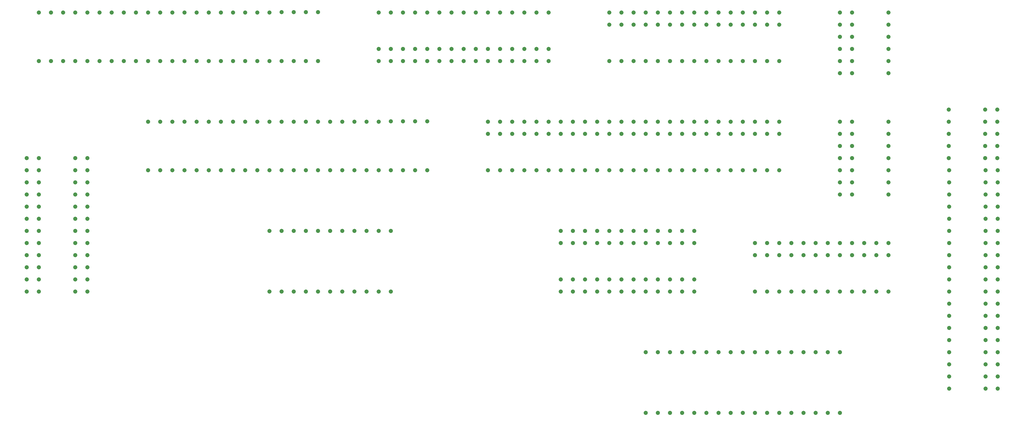
<source format=gbr>
G04 DesignSpark PCB Gerber Version 12.0 Build 5941*
G04 #@! TF.Part,Single*
G04 #@! TF.FilePolarity,Positive*
%FSLAX35Y35*%
%MOIN*%
G04 #@! TA.AperFunction,MechanicalDrill*
%ADD13C,0.03500*%
G04 #@! TD.AperFunction*
X0Y0D02*
D02*
D13*
X20250Y120250D03*
Y130250D03*
Y140250D03*
Y150250D03*
Y160250D03*
Y170250D03*
Y180250D03*
Y190250D03*
Y200250D03*
Y210250D03*
Y220250D03*
Y230250D03*
X30250Y120250D03*
Y130250D03*
Y140250D03*
Y150250D03*
Y160250D03*
Y170250D03*
Y180250D03*
Y190250D03*
Y200250D03*
Y210250D03*
Y220250D03*
Y230250D03*
Y310250D03*
Y350250D03*
X40250Y310250D03*
Y350250D03*
X50250Y310250D03*
Y350250D03*
X60250Y120250D03*
Y130250D03*
Y140250D03*
Y150250D03*
Y160250D03*
Y170250D03*
Y180250D03*
Y190250D03*
Y200250D03*
Y210250D03*
Y220250D03*
Y230250D03*
Y310250D03*
Y350250D03*
X70250Y120250D03*
Y130250D03*
Y140250D03*
Y150250D03*
Y160250D03*
Y170250D03*
Y180250D03*
Y190250D03*
Y200250D03*
Y210250D03*
Y220250D03*
Y230250D03*
Y310250D03*
Y350250D03*
X80250Y310250D03*
Y350250D03*
X90250Y310250D03*
Y350250D03*
X100250Y310250D03*
Y350250D03*
X110250Y310250D03*
Y350250D03*
X120250Y220250D03*
Y260250D03*
Y310250D03*
Y350250D03*
X130250Y220250D03*
Y260250D03*
Y310250D03*
Y350250D03*
X140250Y220250D03*
Y260250D03*
Y310250D03*
Y350250D03*
X150250Y220250D03*
Y260250D03*
Y310250D03*
Y350250D03*
X160250Y220250D03*
Y260250D03*
Y310250D03*
Y350250D03*
X170250Y220250D03*
Y260250D03*
Y310250D03*
Y350250D03*
X180250Y220250D03*
Y260250D03*
Y310250D03*
Y350250D03*
X190250Y220250D03*
Y260250D03*
Y310250D03*
Y350250D03*
X200250Y220250D03*
Y260250D03*
Y310250D03*
Y350250D03*
X210250Y220250D03*
Y260250D03*
Y310250D03*
Y350250D03*
X220250Y120250D03*
Y170250D03*
Y220250D03*
Y260250D03*
Y310250D03*
Y350250D03*
X230250Y120250D03*
Y170250D03*
Y220250D03*
Y260250D03*
Y310250D03*
Y350485D03*
X240250Y120250D03*
Y170250D03*
Y220250D03*
Y260250D03*
Y310250D03*
Y350485D03*
X250250Y120250D03*
Y170250D03*
Y220250D03*
Y260250D03*
Y310250D03*
Y350485D03*
X260250Y120250D03*
Y170250D03*
Y220250D03*
Y260250D03*
Y310250D03*
Y350485D03*
X270250Y120250D03*
Y170250D03*
Y220250D03*
Y260250D03*
X280250Y120250D03*
Y170250D03*
Y220250D03*
Y260250D03*
X290250Y120250D03*
Y170250D03*
Y220250D03*
Y260250D03*
X300250Y120250D03*
Y170250D03*
Y220250D03*
Y260250D03*
X310250Y120250D03*
Y170250D03*
Y220250D03*
Y260250D03*
Y310250D03*
Y320250D03*
Y350250D03*
X320250Y120250D03*
Y170250D03*
Y220250D03*
Y260485D03*
Y310250D03*
Y320250D03*
Y350250D03*
X330250Y220250D03*
Y260485D03*
Y310250D03*
Y320250D03*
Y350250D03*
X340250Y220250D03*
Y260485D03*
Y310250D03*
Y320250D03*
Y350250D03*
X350250Y220250D03*
Y260485D03*
Y310250D03*
Y320250D03*
Y350250D03*
X360250Y310015D03*
Y320015D03*
Y350015D03*
X370250Y310015D03*
Y320015D03*
Y350015D03*
X380250Y310015D03*
Y320015D03*
Y350015D03*
X390250Y310015D03*
Y320015D03*
Y350015D03*
X400250Y220250D03*
Y250250D03*
Y260250D03*
Y310250D03*
Y320250D03*
Y350250D03*
X410250Y220250D03*
Y250250D03*
Y260250D03*
Y310250D03*
Y320250D03*
Y350250D03*
X420250Y220250D03*
Y250250D03*
Y260250D03*
Y310250D03*
Y320250D03*
Y350250D03*
X430250Y220250D03*
Y250250D03*
Y260250D03*
Y310250D03*
Y320250D03*
Y350250D03*
X440250Y220250D03*
Y250250D03*
Y260250D03*
Y310250D03*
Y320250D03*
Y350250D03*
X450250Y220250D03*
Y250250D03*
Y260250D03*
Y310250D03*
Y320250D03*
Y350250D03*
X460250Y120250D03*
Y130250D03*
Y160250D03*
Y170250D03*
Y220250D03*
Y250250D03*
Y260250D03*
X470250Y120250D03*
Y130250D03*
Y160250D03*
Y170250D03*
Y220250D03*
Y250250D03*
Y260250D03*
X480250Y120250D03*
Y130250D03*
Y160250D03*
Y170250D03*
Y220250D03*
Y250250D03*
Y260250D03*
X490250Y120250D03*
Y130250D03*
Y160250D03*
Y170250D03*
Y220250D03*
Y250250D03*
Y260250D03*
X500250Y120250D03*
Y130250D03*
Y160250D03*
Y170250D03*
Y220250D03*
Y250250D03*
Y260250D03*
Y310250D03*
Y340250D03*
Y350250D03*
X510250Y120250D03*
Y130250D03*
Y160250D03*
Y170250D03*
Y220250D03*
Y250250D03*
Y260250D03*
Y310250D03*
Y340250D03*
Y350250D03*
X520250Y120250D03*
Y130250D03*
Y160250D03*
Y170250D03*
Y220250D03*
Y250250D03*
Y260250D03*
Y310250D03*
Y340250D03*
Y350250D03*
X530250Y20250D03*
Y70250D03*
Y120250D03*
Y130250D03*
Y160250D03*
Y170250D03*
Y220250D03*
Y250250D03*
Y260250D03*
Y310250D03*
Y340250D03*
Y350250D03*
X540250Y20250D03*
Y70250D03*
Y120250D03*
Y130250D03*
Y160250D03*
Y170250D03*
Y220250D03*
Y250250D03*
Y260250D03*
Y310250D03*
Y340250D03*
Y350250D03*
X550250Y20250D03*
Y70250D03*
Y120250D03*
Y130250D03*
Y160250D03*
Y170250D03*
Y220250D03*
Y250250D03*
Y260250D03*
Y310250D03*
Y340250D03*
Y350250D03*
X560250Y20250D03*
Y70250D03*
Y120250D03*
Y130250D03*
Y160250D03*
Y170250D03*
Y220250D03*
Y250250D03*
Y260250D03*
Y310250D03*
Y340250D03*
Y350250D03*
X570250Y20250D03*
Y70250D03*
Y120250D03*
Y130250D03*
Y160250D03*
Y170250D03*
Y220250D03*
Y250250D03*
Y260250D03*
Y310250D03*
Y340250D03*
Y350250D03*
X580250Y20250D03*
Y70250D03*
Y220250D03*
Y250250D03*
Y260250D03*
Y310250D03*
Y340250D03*
Y350250D03*
X590250Y20250D03*
Y70250D03*
Y220250D03*
Y250250D03*
Y260250D03*
Y310250D03*
Y340250D03*
Y350250D03*
X600250Y20250D03*
Y70250D03*
Y220250D03*
Y250250D03*
Y260250D03*
Y310250D03*
Y340250D03*
Y350250D03*
X610250Y20250D03*
Y70250D03*
Y220250D03*
Y250250D03*
Y260250D03*
Y310250D03*
Y340250D03*
Y350250D03*
X620250Y20250D03*
Y70250D03*
Y120015D03*
Y150015D03*
Y160015D03*
Y220250D03*
Y250250D03*
Y260250D03*
Y310250D03*
Y340250D03*
Y350250D03*
X630250Y20250D03*
Y70250D03*
Y120015D03*
Y150015D03*
Y160015D03*
Y220250D03*
Y250250D03*
Y260250D03*
Y310250D03*
Y340250D03*
Y350250D03*
X640250Y20250D03*
Y70250D03*
Y120250D03*
Y150250D03*
Y160250D03*
Y220250D03*
Y250250D03*
Y260250D03*
Y310250D03*
Y340250D03*
Y350250D03*
X650250Y20250D03*
Y70250D03*
Y120250D03*
Y150250D03*
Y160250D03*
X660250Y20250D03*
Y70250D03*
Y120250D03*
Y150250D03*
Y160250D03*
X670250Y20250D03*
Y70250D03*
Y120250D03*
Y150250D03*
Y160250D03*
X680250Y20250D03*
Y70250D03*
Y120250D03*
Y150250D03*
Y160250D03*
X690250Y20250D03*
Y70250D03*
Y120250D03*
Y150250D03*
Y160250D03*
Y200250D03*
Y210250D03*
Y220250D03*
Y230250D03*
Y240250D03*
Y250250D03*
Y260250D03*
Y300250D03*
Y310250D03*
Y320250D03*
Y330250D03*
Y340250D03*
Y350250D03*
X700250Y120250D03*
Y150250D03*
Y160250D03*
Y200250D03*
Y210250D03*
Y220250D03*
Y230250D03*
Y240250D03*
Y250250D03*
Y260250D03*
Y300250D03*
Y310250D03*
Y320250D03*
Y330250D03*
Y340250D03*
Y350250D03*
X710250Y120250D03*
Y150250D03*
Y160250D03*
X720250Y120250D03*
Y150250D03*
Y160250D03*
X730250Y120250D03*
Y150250D03*
Y160250D03*
Y200250D03*
Y210250D03*
Y220250D03*
Y230250D03*
Y240250D03*
Y250250D03*
Y260250D03*
Y300250D03*
Y310250D03*
Y320250D03*
Y330250D03*
Y340250D03*
Y350250D03*
X780015Y230250D03*
Y240250D03*
Y250250D03*
Y260250D03*
Y270250D03*
X780250Y40250D03*
Y50250D03*
Y60250D03*
Y70250D03*
Y80250D03*
Y90250D03*
Y100250D03*
Y110250D03*
Y120250D03*
Y130250D03*
Y140250D03*
Y150250D03*
Y160250D03*
Y170250D03*
Y180250D03*
Y190250D03*
Y200250D03*
Y210250D03*
Y220250D03*
X810015Y230250D03*
Y240250D03*
Y250250D03*
Y260250D03*
Y270250D03*
X810250Y40250D03*
Y50250D03*
Y60250D03*
Y70250D03*
Y80250D03*
Y90250D03*
Y100250D03*
Y110250D03*
Y120250D03*
Y130250D03*
Y140250D03*
Y150250D03*
Y160250D03*
Y170250D03*
Y180250D03*
Y190250D03*
Y200250D03*
Y210250D03*
Y220250D03*
X820015Y230250D03*
Y240250D03*
Y250250D03*
Y260250D03*
Y270250D03*
X820250Y40250D03*
Y50250D03*
Y60250D03*
Y70250D03*
Y80250D03*
Y90250D03*
Y100250D03*
Y110250D03*
Y120250D03*
Y130250D03*
Y140250D03*
Y150250D03*
Y160250D03*
Y170250D03*
Y180250D03*
Y190250D03*
Y200250D03*
Y210250D03*
Y220250D03*
X0Y0D02*
M02*

</source>
